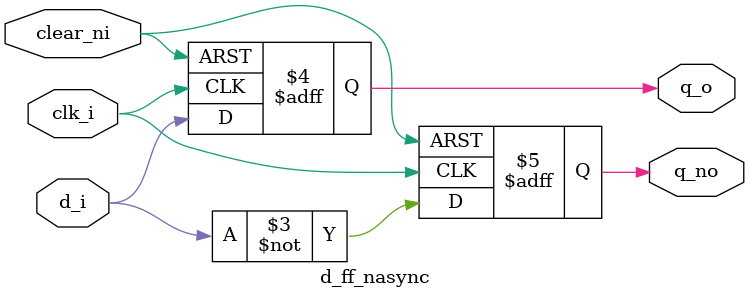
<source format=sv>
module d_ff_nasync (
    input  logic clear_ni,
    input  logic d_i,
    input  logic clk_i,
    output logic q_o,
    output logic q_no
);

  always_ff @(posedge clk_i, negedge clear_ni) begin
    if (~clear_ni) begin
      q_o  <= 0;
      q_no <= 1;
    end else begin
      q_o  <= d_i;
      q_no <= ~d_i;
    end
  end

endmodule

</source>
